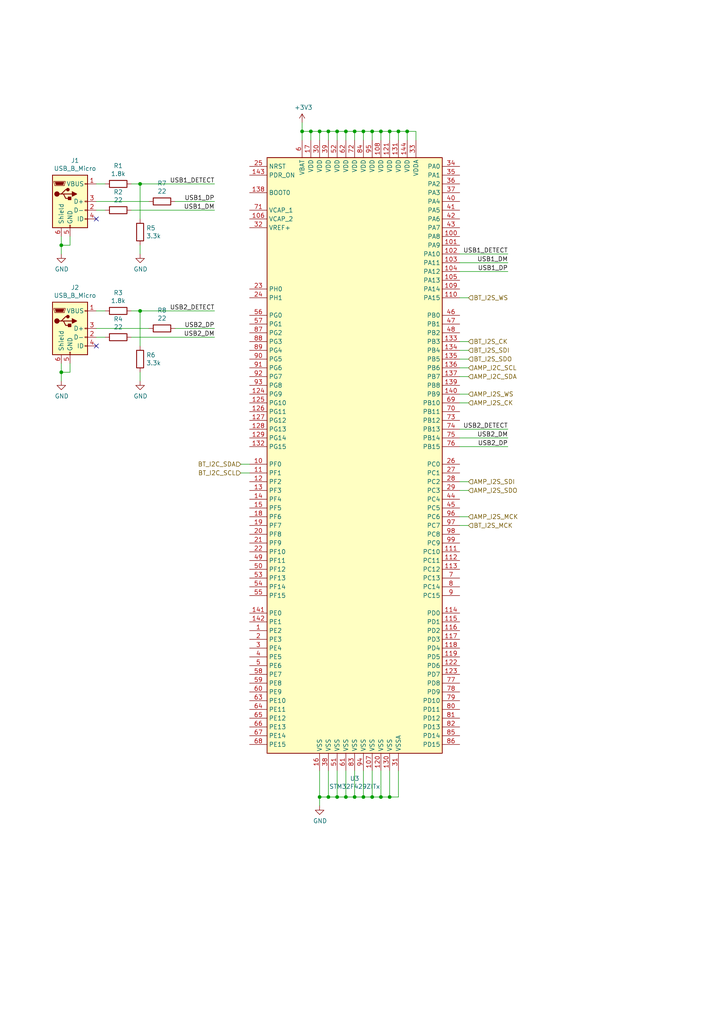
<source format=kicad_sch>
(kicad_sch (version 20201015) (generator eeschema)
  (page 1 7)
  (paper "A4" portrait)
  (lib_symbols
    (symbol "Connector:USB_B_Micro" (pin_names (offset 1.016))
      (property "Reference" "J" (at -5.08 11.43 0))
      (property "Value" "USB_B_Micro" (at -5.08 8.89 0))
      (symbol "USB_B_Micro_0_1"
        (circle (center -3.81 2.159) (radius 0.635) (stroke (width 0.254)) (fill (type outline)))
        (circle (center -0.635 3.429) (radius 0.381) (stroke (width 0.254)) (fill (type outline)))
        (rectangle (start -5.08 -7.62) (end 5.08 7.62) (stroke (width 0.254)) (fill (type background)))
        (rectangle (start -0.127 -7.62) (end 0.127 -6.858))
        (rectangle (start 0.254 1.27) (end -0.508 0.508) (stroke (width 0.254)) (fill (type outline)))
        (rectangle (start 5.08 -5.207) (end 4.318 -4.953))
        (rectangle (start 5.08 -2.667) (end 4.318 -2.413))
        (rectangle (start 5.08 -0.127) (end 4.318 0.127))
        (rectangle (start 5.08 4.953) (end 4.318 5.207))
        (polyline (pts (xy -1.905 2.159) (xy 0.635 2.159)) (stroke (width 0.254)))
        (polyline (pts (xy -3.175 2.159) (xy -2.54 2.159) (xy -1.27 3.429) (xy -0.635 3.429)) (stroke (width 0.254)))
        (polyline (pts (xy -2.54 2.159) (xy -1.905 2.159) (xy -1.27 0.889) (xy 0 0.889)) (stroke (width 0.254)))
        (polyline (pts (xy 0.635 2.794) (xy 0.635 1.524) (xy 1.905 2.159) (xy 0.635 2.794)) (stroke (width 0.254)) (fill (type outline)))
        (polyline (pts (xy -4.318 5.588) (xy -1.778 5.588) (xy -2.032 4.826) (xy -4.064 4.826) (xy -4.318 5.588)) (fill (type outline)))
        (polyline (pts (xy -4.699 5.842) (xy -4.699 5.588) (xy -4.445 4.826) (xy -4.445 4.572) (xy -1.651 4.572) (xy -1.651 4.826) (xy -1.397 5.588) (xy -1.397 5.842) (xy -4.699 5.842)))
      )
      (symbol "USB_B_Micro_1_1"
        (pin power_out line (at 7.62 5.08 180) (length 2.54) (name "VBUS") (number "1"))
        (pin bidirectional line (at 7.62 -2.54 180) (length 2.54) (name "D-") (number "2"))
        (pin bidirectional line (at 7.62 0 180) (length 2.54) (name "D+") (number "3"))
        (pin passive line (at 7.62 -5.08 180) (length 2.54) (name "ID") (number "4"))
        (pin power_out line (at 0 -10.16 90) (length 2.54) (name "GND") (number "5"))
        (pin passive line (at -2.54 -10.16 90) (length 2.54) (name "Shield") (number "6"))
      )
    )
    (symbol "Device:R" (pin_numbers hide) (pin_names (offset 0))
      (property "Reference" "R" (at 2.032 0 90))
      (property "Value" "R" (at 0 0 90))
      (symbol "R_0_1"
        (rectangle (start -1.016 -2.54) (end 1.016 2.54) (stroke (width 0.254)))
      )
      (symbol "R_1_1"
        (pin passive line (at 0 3.81 270) (length 1.27) (name "~") (number "1"))
        (pin passive line (at 0 -3.81 90) (length 1.27) (name "~") (number "2"))
      )
    )
    (symbol "MCU_ST_STM32F4:STM32F429ZITx"
      (property "Reference" "U" (at -25.4 87.63 0))
      (property "Value" "STM32F429ZITx" (at 20.32 87.63 0))
      (symbol "STM32F429ZITx_0_1"
        (rectangle (start -25.4 -86.36) (end 25.4 86.36) (stroke (width 0.254)) (fill (type background)))
      )
      (symbol "STM32F429ZITx_1_1"
        (pin input line (at -30.48 76.2 0) (length 5.08) (name "BOOT0") (number "138"))
        (pin input line (at -30.48 83.82 0) (length 5.08) (name "NRST") (number "25"))
        (pin bidirectional line (at 30.48 83.82 180) (length 5.08) (name "PA0") (number "34"))
        (pin bidirectional line (at 30.48 81.28 180) (length 5.08) (name "PA1") (number "35"))
        (pin bidirectional line (at 30.48 58.42 180) (length 5.08) (name "PA10") (number "102"))
        (pin bidirectional line (at 30.48 55.88 180) (length 5.08) (name "PA11") (number "103"))
        (pin bidirectional line (at 30.48 53.34 180) (length 5.08) (name "PA12") (number "104"))
        (pin bidirectional line (at 30.48 50.8 180) (length 5.08) (name "PA13") (number "105"))
        (pin bidirectional line (at 30.48 48.26 180) (length 5.08) (name "PA14") (number "109"))
        (pin bidirectional line (at 30.48 45.72 180) (length 5.08) (name "PA15") (number "110"))
        (pin bidirectional line (at 30.48 78.74 180) (length 5.08) (name "PA2") (number "36"))
        (pin bidirectional line (at 30.48 76.2 180) (length 5.08) (name "PA3") (number "37"))
        (pin bidirectional line (at 30.48 73.66 180) (length 5.08) (name "PA4") (number "40"))
        (pin bidirectional line (at 30.48 71.12 180) (length 5.08) (name "PA5") (number "41"))
        (pin bidirectional line (at 30.48 68.58 180) (length 5.08) (name "PA6") (number "42"))
        (pin bidirectional line (at 30.48 66.04 180) (length 5.08) (name "PA7") (number "43"))
        (pin bidirectional line (at 30.48 63.5 180) (length 5.08) (name "PA8") (number "100"))
        (pin bidirectional line (at 30.48 60.96 180) (length 5.08) (name "PA9") (number "101"))
        (pin bidirectional line (at 30.48 40.64 180) (length 5.08) (name "PB0") (number "46"))
        (pin bidirectional line (at 30.48 38.1 180) (length 5.08) (name "PB1") (number "47"))
        (pin bidirectional line (at 30.48 15.24 180) (length 5.08) (name "PB10") (number "69"))
        (pin bidirectional line (at 30.48 12.7 180) (length 5.08) (name "PB11") (number "70"))
        (pin bidirectional line (at 30.48 10.16 180) (length 5.08) (name "PB12") (number "73"))
        (pin bidirectional line (at 30.48 7.62 180) (length 5.08) (name "PB13") (number "74"))
        (pin bidirectional line (at 30.48 5.08 180) (length 5.08) (name "PB14") (number "75"))
        (pin bidirectional line (at 30.48 2.54 180) (length 5.08) (name "PB15") (number "76"))
        (pin bidirectional line (at 30.48 35.56 180) (length 5.08) (name "PB2") (number "48"))
        (pin bidirectional line (at 30.48 33.02 180) (length 5.08) (name "PB3") (number "133"))
        (pin bidirectional line (at 30.48 30.48 180) (length 5.08) (name "PB4") (number "134"))
        (pin bidirectional line (at 30.48 27.94 180) (length 5.08) (name "PB5") (number "135"))
        (pin bidirectional line (at 30.48 25.4 180) (length 5.08) (name "PB6") (number "136"))
        (pin bidirectional line (at 30.48 22.86 180) (length 5.08) (name "PB7") (number "137"))
        (pin bidirectional line (at 30.48 20.32 180) (length 5.08) (name "PB8") (number "139"))
        (pin bidirectional line (at 30.48 17.78 180) (length 5.08) (name "PB9") (number "140"))
        (pin bidirectional line (at 30.48 -2.54 180) (length 5.08) (name "PC0") (number "26"))
        (pin bidirectional line (at 30.48 -5.08 180) (length 5.08) (name "PC1") (number "27"))
        (pin bidirectional line (at 30.48 -27.94 180) (length 5.08) (name "PC10") (number "111"))
        (pin bidirectional line (at 30.48 -30.48 180) (length 5.08) (name "PC11") (number "112"))
        (pin bidirectional line (at 30.48 -33.02 180) (length 5.08) (name "PC12") (number "113"))
        (pin bidirectional line (at 30.48 -35.56 180) (length 5.08) (name "PC13") (number "7"))
        (pin bidirectional line (at 30.48 -38.1 180) (length 5.08) (name "PC14") (number "8"))
        (pin bidirectional line (at 30.48 -40.64 180) (length 5.08) (name "PC15") (number "9"))
        (pin bidirectional line (at 30.48 -7.62 180) (length 5.08) (name "PC2") (number "28"))
        (pin bidirectional line (at 30.48 -10.16 180) (length 5.08) (name "PC3") (number "29"))
        (pin bidirectional line (at 30.48 -12.7 180) (length 5.08) (name "PC4") (number "44"))
        (pin bidirectional line (at 30.48 -15.24 180) (length 5.08) (name "PC5") (number "45"))
        (pin bidirectional line (at 30.48 -17.78 180) (length 5.08) (name "PC6") (number "96"))
        (pin bidirectional line (at 30.48 -20.32 180) (length 5.08) (name "PC7") (number "97"))
        (pin bidirectional line (at 30.48 -22.86 180) (length 5.08) (name "PC8") (number "98"))
        (pin bidirectional line (at 30.48 -25.4 180) (length 5.08) (name "PC9") (number "99"))
        (pin bidirectional line (at 30.48 -45.72 180) (length 5.08) (name "PD0") (number "114"))
        (pin bidirectional line (at 30.48 -48.26 180) (length 5.08) (name "PD1") (number "115"))
        (pin bidirectional line (at 30.48 -71.12 180) (length 5.08) (name "PD10") (number "79"))
        (pin bidirectional line (at 30.48 -73.66 180) (length 5.08) (name "PD11") (number "80"))
        (pin bidirectional line (at 30.48 -76.2 180) (length 5.08) (name "PD12") (number "81"))
        (pin bidirectional line (at 30.48 -78.74 180) (length 5.08) (name "PD13") (number "82"))
        (pin bidirectional line (at 30.48 -81.28 180) (length 5.08) (name "PD14") (number "85"))
        (pin bidirectional line (at 30.48 -83.82 180) (length 5.08) (name "PD15") (number "86"))
        (pin bidirectional line (at 30.48 -50.8 180) (length 5.08) (name "PD2") (number "116"))
        (pin bidirectional line (at 30.48 -53.34 180) (length 5.08) (name "PD3") (number "117"))
        (pin bidirectional line (at 30.48 -55.88 180) (length 5.08) (name "PD4") (number "118"))
        (pin bidirectional line (at 30.48 -58.42 180) (length 5.08) (name "PD5") (number "119"))
        (pin bidirectional line (at 30.48 -60.96 180) (length 5.08) (name "PD6") (number "122"))
        (pin bidirectional line (at 30.48 -63.5 180) (length 5.08) (name "PD7") (number "123"))
        (pin bidirectional line (at 30.48 -66.04 180) (length 5.08) (name "PD8") (number "77"))
        (pin bidirectional line (at 30.48 -68.58 180) (length 5.08) (name "PD9") (number "78"))
        (pin input line (at -30.48 81.28 0) (length 5.08) (name "PDR_ON") (number "143"))
        (pin bidirectional line (at -30.48 -45.72 0) (length 5.08) (name "PE0") (number "141"))
        (pin bidirectional line (at -30.48 -48.26 0) (length 5.08) (name "PE1") (number "142"))
        (pin bidirectional line (at -30.48 -71.12 0) (length 5.08) (name "PE10") (number "63"))
        (pin bidirectional line (at -30.48 -73.66 0) (length 5.08) (name "PE11") (number "64"))
        (pin bidirectional line (at -30.48 -76.2 0) (length 5.08) (name "PE12") (number "65"))
        (pin bidirectional line (at -30.48 -78.74 0) (length 5.08) (name "PE13") (number "66"))
        (pin bidirectional line (at -30.48 -81.28 0) (length 5.08) (name "PE14") (number "67"))
        (pin bidirectional line (at -30.48 -83.82 0) (length 5.08) (name "PE15") (number "68"))
        (pin bidirectional line (at -30.48 -50.8 0) (length 5.08) (name "PE2") (number "1"))
        (pin bidirectional line (at -30.48 -53.34 0) (length 5.08) (name "PE3") (number "2"))
        (pin bidirectional line (at -30.48 -55.88 0) (length 5.08) (name "PE4") (number "3"))
        (pin bidirectional line (at -30.48 -58.42 0) (length 5.08) (name "PE5") (number "4"))
        (pin bidirectional line (at -30.48 -60.96 0) (length 5.08) (name "PE6") (number "5"))
        (pin bidirectional line (at -30.48 -63.5 0) (length 5.08) (name "PE7") (number "58"))
        (pin bidirectional line (at -30.48 -66.04 0) (length 5.08) (name "PE8") (number "59"))
        (pin bidirectional line (at -30.48 -68.58 0) (length 5.08) (name "PE9") (number "60"))
        (pin bidirectional line (at -30.48 -2.54 0) (length 5.08) (name "PF0") (number "10"))
        (pin bidirectional line (at -30.48 -5.08 0) (length 5.08) (name "PF1") (number "11"))
        (pin bidirectional line (at -30.48 -27.94 0) (length 5.08) (name "PF10") (number "22"))
        (pin bidirectional line (at -30.48 -30.48 0) (length 5.08) (name "PF11") (number "49"))
        (pin bidirectional line (at -30.48 -33.02 0) (length 5.08) (name "PF12") (number "50"))
        (pin bidirectional line (at -30.48 -35.56 0) (length 5.08) (name "PF13") (number "53"))
        (pin bidirectional line (at -30.48 -38.1 0) (length 5.08) (name "PF14") (number "54"))
        (pin bidirectional line (at -30.48 -40.64 0) (length 5.08) (name "PF15") (number "55"))
        (pin bidirectional line (at -30.48 -7.62 0) (length 5.08) (name "PF2") (number "12"))
        (pin bidirectional line (at -30.48 -10.16 0) (length 5.08) (name "PF3") (number "13"))
        (pin bidirectional line (at -30.48 -12.7 0) (length 5.08) (name "PF4") (number "14"))
        (pin bidirectional line (at -30.48 -15.24 0) (length 5.08) (name "PF5") (number "15"))
        (pin bidirectional line (at -30.48 -17.78 0) (length 5.08) (name "PF6") (number "18"))
        (pin bidirectional line (at -30.48 -20.32 0) (length 5.08) (name "PF7") (number "19"))
        (pin bidirectional line (at -30.48 -22.86 0) (length 5.08) (name "PF8") (number "20"))
        (pin bidirectional line (at -30.48 -25.4 0) (length 5.08) (name "PF9") (number "21"))
        (pin bidirectional line (at -30.48 40.64 0) (length 5.08) (name "PG0") (number "56"))
        (pin bidirectional line (at -30.48 38.1 0) (length 5.08) (name "PG1") (number "57"))
        (pin bidirectional line (at -30.48 15.24 0) (length 5.08) (name "PG10") (number "125"))
        (pin bidirectional line (at -30.48 12.7 0) (length 5.08) (name "PG11") (number "126"))
        (pin bidirectional line (at -30.48 10.16 0) (length 5.08) (name "PG12") (number "127"))
        (pin bidirectional line (at -30.48 7.62 0) (length 5.08) (name "PG13") (number "128"))
        (pin bidirectional line (at -30.48 5.08 0) (length 5.08) (name "PG14") (number "129"))
        (pin bidirectional line (at -30.48 2.54 0) (length 5.08) (name "PG15") (number "132"))
        (pin bidirectional line (at -30.48 35.56 0) (length 5.08) (name "PG2") (number "87"))
        (pin bidirectional line (at -30.48 33.02 0) (length 5.08) (name "PG3") (number "88"))
        (pin bidirectional line (at -30.48 30.48 0) (length 5.08) (name "PG4") (number "89"))
        (pin bidirectional line (at -30.48 27.94 0) (length 5.08) (name "PG5") (number "90"))
        (pin bidirectional line (at -30.48 25.4 0) (length 5.08) (name "PG6") (number "91"))
        (pin bidirectional line (at -30.48 22.86 0) (length 5.08) (name "PG7") (number "92"))
        (pin bidirectional line (at -30.48 20.32 0) (length 5.08) (name "PG8") (number "93"))
        (pin bidirectional line (at -30.48 17.78 0) (length 5.08) (name "PG9") (number "124"))
        (pin input line (at -30.48 48.26 0) (length 5.08) (name "PH0") (number "23"))
        (pin input line (at -30.48 45.72 0) (length 5.08) (name "PH1") (number "24"))
        (pin power_in line (at -15.24 91.44 270) (length 5.08) (name "VBAT") (number "6"))
        (pin power_in line (at -30.48 71.12 0) (length 5.08) (name "VCAP_1") (number "71"))
        (pin power_in line (at -30.48 68.58 0) (length 5.08) (name "VCAP_2") (number "106"))
        (pin power_in line (at 7.62 91.44 270) (length 5.08) (name "VDD") (number "108"))
        (pin power_in line (at 10.16 91.44 270) (length 5.08) (name "VDD") (number "121"))
        (pin power_in line (at 12.7 91.44 270) (length 5.08) (name "VDD") (number "131"))
        (pin power_in line (at 15.24 91.44 270) (length 5.08) (name "VDD") (number "144"))
        (pin power_in line (at -12.7 91.44 270) (length 5.08) (name "VDD") (number "17"))
        (pin power_in line (at -10.16 91.44 270) (length 5.08) (name "VDD") (number "30"))
        (pin power_in line (at -7.62 91.44 270) (length 5.08) (name "VDD") (number "39"))
        (pin power_in line (at -5.08 91.44 270) (length 5.08) (name "VDD") (number "52"))
        (pin power_in line (at -2.54 91.44 270) (length 5.08) (name "VDD") (number "62"))
        (pin power_in line (at 0 91.44 270) (length 5.08) (name "VDD") (number "72"))
        (pin power_in line (at 2.54 91.44 270) (length 5.08) (name "VDD") (number "84"))
        (pin power_in line (at 5.08 91.44 270) (length 5.08) (name "VDD") (number "95"))
        (pin power_in line (at 17.78 91.44 270) (length 5.08) (name "VDDA") (number "33"))
        (pin power_in line (at -30.48 66.04 0) (length 5.08) (name "VREF+") (number "32"))
        (pin power_in line (at 5.08 -91.44 90) (length 5.08) (name "VSS") (number "107"))
        (pin power_in line (at 7.62 -91.44 90) (length 5.08) (name "VSS") (number "120"))
        (pin power_in line (at 10.16 -91.44 90) (length 5.08) (name "VSS") (number "130"))
        (pin power_in line (at -10.16 -91.44 90) (length 5.08) (name "VSS") (number "16"))
        (pin power_in line (at -7.62 -91.44 90) (length 5.08) (name "VSS") (number "38"))
        (pin power_in line (at -5.08 -91.44 90) (length 5.08) (name "VSS") (number "51"))
        (pin power_in line (at -2.54 -91.44 90) (length 5.08) (name "VSS") (number "61"))
        (pin power_in line (at 0 -91.44 90) (length 5.08) (name "VSS") (number "83"))
        (pin power_in line (at 2.54 -91.44 90) (length 5.08) (name "VSS") (number "94"))
        (pin power_in line (at 12.7 -91.44 90) (length 5.08) (name "VSSA") (number "31"))
      )
    )
    (symbol "power:+3.3V" (power) (pin_names (offset 0))
      (property "Value" "+3.3V" (at 0 3.556 0))
      (symbol "+3.3V_0_1"
        (polyline (pts (xy -0.762 1.27) (xy 0 2.54)))
        (polyline (pts (xy 0 0) (xy 0 2.54)))
        (polyline (pts (xy 0 2.54) (xy 0.762 1.27)))
      )
      (symbol "+3.3V_1_1"
        (pin power_in line (at 0 0 90) (length 0) hide (name "+3V3") (number "1"))
      )
    )
    (symbol "power:GND" (power) (pin_names (offset 0))
      (property "Value" "GND" (at 0 -3.81 0))
      (symbol "GND_0_1"
        (polyline (pts (xy 0 0) (xy 0 -1.27) (xy 1.27 -1.27) (xy 0 -2.54) (xy -1.27 -1.27) (xy 0 -1.27)))
      )
      (symbol "GND_1_1"
        (pin power_in line (at 0 0 270) (length 0) hide (name "GND") (number "1"))
      )
    )
  )
  (junction (at 17.78 71.12) (diameter 0.9144))
  (junction (at 17.78 107.95) (diameter 0.9144))
  (junction (at 40.64 53.34) (diameter 0.9144))
  (junction (at 40.64 90.17) (diameter 0.9144))
  (junction (at 87.63 38.1) (diameter 0.9144))
  (junction (at 90.17 38.1) (diameter 0.9144))
  (junction (at 92.71 38.1) (diameter 0.9144))
  (junction (at 92.71 231.14) (diameter 0.9144))
  (junction (at 95.25 38.1) (diameter 0.9144))
  (junction (at 95.25 231.14) (diameter 0.9144))
  (junction (at 97.79 38.1) (diameter 0.9144))
  (junction (at 97.79 231.14) (diameter 0.9144))
  (junction (at 100.33 38.1) (diameter 0.9144))
  (junction (at 100.33 231.14) (diameter 0.9144))
  (junction (at 102.87 38.1) (diameter 0.9144))
  (junction (at 102.87 231.14) (diameter 0.9144))
  (junction (at 105.41 38.1) (diameter 0.9144))
  (junction (at 105.41 231.14) (diameter 0.9144))
  (junction (at 107.95 38.1) (diameter 0.9144))
  (junction (at 107.95 231.14) (diameter 0.9144))
  (junction (at 110.49 38.1) (diameter 0.9144))
  (junction (at 110.49 231.14) (diameter 0.9144))
  (junction (at 113.03 38.1) (diameter 0.9144))
  (junction (at 113.03 231.14) (diameter 0.9144))
  (junction (at 115.57 38.1) (diameter 0.9144))
  (junction (at 118.11 38.1) (diameter 0.9144))
  (no_connect (at 27.94 63.5))
  (no_connect (at 27.94 100.33))
  (wire (pts (xy 17.78 68.58) (xy 17.78 71.12)))
  (wire (pts (xy 17.78 71.12) (xy 17.78 73.66)))
  (wire (pts (xy 17.78 105.41) (xy 17.78 107.95)))
  (wire (pts (xy 17.78 107.95) (xy 17.78 110.49)))
  (wire (pts (xy 20.32 68.58) (xy 20.32 71.12)))
  (wire (pts (xy 20.32 71.12) (xy 17.78 71.12)))
  (wire (pts (xy 20.32 105.41) (xy 20.32 107.95)))
  (wire (pts (xy 20.32 107.95) (xy 17.78 107.95)))
  (wire (pts (xy 27.94 60.96) (xy 30.48 60.96)))
  (wire (pts (xy 27.94 97.79) (xy 30.48 97.79)))
  (wire (pts (xy 30.48 53.34) (xy 27.94 53.34)))
  (wire (pts (xy 30.48 90.17) (xy 27.94 90.17)))
  (wire (pts (xy 38.1 60.96) (xy 62.23 60.96)))
  (wire (pts (xy 38.1 97.79) (xy 62.23 97.79)))
  (wire (pts (xy 40.64 53.34) (xy 38.1 53.34)))
  (wire (pts (xy 40.64 63.5) (xy 40.64 53.34)))
  (wire (pts (xy 40.64 71.12) (xy 40.64 73.66)))
  (wire (pts (xy 40.64 90.17) (xy 38.1 90.17)))
  (wire (pts (xy 40.64 100.33) (xy 40.64 90.17)))
  (wire (pts (xy 40.64 107.95) (xy 40.64 110.49)))
  (wire (pts (xy 43.18 58.42) (xy 27.94 58.42)))
  (wire (pts (xy 43.18 95.25) (xy 27.94 95.25)))
  (wire (pts (xy 50.8 58.42) (xy 62.23 58.42)))
  (wire (pts (xy 50.8 95.25) (xy 62.23 95.25)))
  (wire (pts (xy 62.23 53.34) (xy 40.64 53.34)))
  (wire (pts (xy 62.23 90.17) (xy 40.64 90.17)))
  (wire (pts (xy 69.85 137.16) (xy 72.39 137.16)))
  (wire (pts (xy 72.39 134.62) (xy 69.85 134.62)))
  (wire (pts (xy 87.63 35.56) (xy 87.63 38.1)))
  (wire (pts (xy 87.63 38.1) (xy 87.63 40.64)))
  (wire (pts (xy 90.17 38.1) (xy 87.63 38.1)))
  (wire (pts (xy 90.17 40.64) (xy 90.17 38.1)))
  (wire (pts (xy 92.71 38.1) (xy 90.17 38.1)))
  (wire (pts (xy 92.71 40.64) (xy 92.71 38.1)))
  (wire (pts (xy 92.71 223.52) (xy 92.71 231.14)))
  (wire (pts (xy 92.71 231.14) (xy 92.71 233.68)))
  (wire (pts (xy 92.71 231.14) (xy 95.25 231.14)))
  (wire (pts (xy 95.25 38.1) (xy 92.71 38.1)))
  (wire (pts (xy 95.25 40.64) (xy 95.25 38.1)))
  (wire (pts (xy 95.25 223.52) (xy 95.25 231.14)))
  (wire (pts (xy 95.25 231.14) (xy 97.79 231.14)))
  (wire (pts (xy 97.79 38.1) (xy 95.25 38.1)))
  (wire (pts (xy 97.79 40.64) (xy 97.79 38.1)))
  (wire (pts (xy 97.79 223.52) (xy 97.79 231.14)))
  (wire (pts (xy 97.79 231.14) (xy 100.33 231.14)))
  (wire (pts (xy 100.33 38.1) (xy 97.79 38.1)))
  (wire (pts (xy 100.33 40.64) (xy 100.33 38.1)))
  (wire (pts (xy 100.33 223.52) (xy 100.33 231.14)))
  (wire (pts (xy 100.33 231.14) (xy 102.87 231.14)))
  (wire (pts (xy 102.87 38.1) (xy 100.33 38.1)))
  (wire (pts (xy 102.87 40.64) (xy 102.87 38.1)))
  (wire (pts (xy 102.87 223.52) (xy 102.87 231.14)))
  (wire (pts (xy 102.87 231.14) (xy 105.41 231.14)))
  (wire (pts (xy 105.41 38.1) (xy 102.87 38.1)))
  (wire (pts (xy 105.41 40.64) (xy 105.41 38.1)))
  (wire (pts (xy 105.41 223.52) (xy 105.41 231.14)))
  (wire (pts (xy 105.41 231.14) (xy 107.95 231.14)))
  (wire (pts (xy 107.95 38.1) (xy 105.41 38.1)))
  (wire (pts (xy 107.95 40.64) (xy 107.95 38.1)))
  (wire (pts (xy 107.95 223.52) (xy 107.95 231.14)))
  (wire (pts (xy 107.95 231.14) (xy 110.49 231.14)))
  (wire (pts (xy 110.49 38.1) (xy 107.95 38.1)))
  (wire (pts (xy 110.49 40.64) (xy 110.49 38.1)))
  (wire (pts (xy 110.49 231.14) (xy 110.49 223.52)))
  (wire (pts (xy 110.49 231.14) (xy 113.03 231.14)))
  (wire (pts (xy 113.03 38.1) (xy 110.49 38.1)))
  (wire (pts (xy 113.03 40.64) (xy 113.03 38.1)))
  (wire (pts (xy 113.03 223.52) (xy 113.03 231.14)))
  (wire (pts (xy 113.03 231.14) (xy 115.57 231.14)))
  (wire (pts (xy 115.57 38.1) (xy 113.03 38.1)))
  (wire (pts (xy 115.57 40.64) (xy 115.57 38.1)))
  (wire (pts (xy 115.57 231.14) (xy 115.57 223.52)))
  (wire (pts (xy 118.11 38.1) (xy 115.57 38.1)))
  (wire (pts (xy 118.11 40.64) (xy 118.11 38.1)))
  (wire (pts (xy 120.65 38.1) (xy 118.11 38.1)))
  (wire (pts (xy 120.65 40.64) (xy 120.65 38.1)))
  (wire (pts (xy 133.35 101.6) (xy 135.89 101.6)))
  (wire (pts (xy 133.35 109.22) (xy 135.89 109.22)))
  (wire (pts (xy 133.35 116.84) (xy 135.89 116.84)))
  (wire (pts (xy 133.35 142.24) (xy 135.89 142.24)))
  (wire (pts (xy 135.89 86.36) (xy 133.35 86.36)))
  (wire (pts (xy 135.89 99.06) (xy 133.35 99.06)))
  (wire (pts (xy 135.89 104.14) (xy 133.35 104.14)))
  (wire (pts (xy 135.89 106.68) (xy 133.35 106.68)))
  (wire (pts (xy 135.89 114.3) (xy 133.35 114.3)))
  (wire (pts (xy 135.89 139.7) (xy 133.35 139.7)))
  (wire (pts (xy 135.89 149.86) (xy 133.35 149.86)))
  (wire (pts (xy 135.89 152.4) (xy 133.35 152.4)))
  (wire (pts (xy 147.32 73.66) (xy 133.35 73.66)))
  (wire (pts (xy 147.32 76.2) (xy 133.35 76.2)))
  (wire (pts (xy 147.32 78.74) (xy 133.35 78.74)))
  (wire (pts (xy 147.32 124.46) (xy 133.35 124.46)))
  (wire (pts (xy 147.32 127) (xy 133.35 127)))
  (wire (pts (xy 147.32 129.54) (xy 133.35 129.54)))
  (label "USB1_DETECT" (at 62.23 53.34 180))
  (label "USB1_DP" (at 62.23 58.42 180))
  (label "USB1_DM" (at 62.23 60.96 180))
  (label "USB2_DETECT" (at 62.23 90.17 180))
  (label "USB2_DP" (at 62.23 95.25 180))
  (label "USB2_DM" (at 62.23 97.79 180))
  (label "USB1_DETECT" (at 147.32 73.66 180))
  (label "USB1_DM" (at 147.32 76.2 180))
  (label "USB1_DP" (at 147.32 78.74 180))
  (label "USB2_DETECT" (at 147.32 124.46 180))
  (label "USB2_DM" (at 147.32 127 180))
  (label "USB2_DP" (at 147.32 129.54 180))
  (hierarchical_label "BT_I2C_SDA" (shape input) (at 69.85 134.62 180))
  (hierarchical_label "BT_I2C_SCL" (shape input) (at 69.85 137.16 180))
  (hierarchical_label "BT_I2S_WS" (shape input) (at 135.89 86.36 0))
  (hierarchical_label "BT_I2S_CK" (shape input) (at 135.89 99.06 0))
  (hierarchical_label "BT_I2S_SDI" (shape input) (at 135.89 101.6 0))
  (hierarchical_label "BT_I2S_SDO" (shape input) (at 135.89 104.14 0))
  (hierarchical_label "AMP_I2C_SCL" (shape input) (at 135.89 106.68 0))
  (hierarchical_label "AMP_I2C_SDA" (shape input) (at 135.89 109.22 0))
  (hierarchical_label "AMP_I2S_WS" (shape input) (at 135.89 114.3 0))
  (hierarchical_label "AMP_I2S_CK" (shape input) (at 135.89 116.84 0))
  (hierarchical_label "AMP_I2S_SDI" (shape input) (at 135.89 139.7 0))
  (hierarchical_label "AMP_I2S_SDO" (shape input) (at 135.89 142.24 0))
  (hierarchical_label "AMP_I2S_MCK" (shape input) (at 135.89 149.86 0))
  (hierarchical_label "BT_I2S_MCK" (shape input) (at 135.89 152.4 0))
  (symbol (lib_id "power:+3.3V") (at 87.63 35.56 0) (unit 1)
    (property "Reference" "#PWR0102" (effects hide))
    (property "Value" "+3.3V" (at 88.011 31.1658 0))
  )
  (symbol (lib_id "power:GND") (at 17.78 73.66 0) (unit 1)
    (property "Reference" "#PWR0103" (effects hide))
    (property "Value" "GND" (at 17.907 78.0542 0))
  )
  (symbol (lib_id "power:GND") (at 17.78 110.49 0) (unit 1)
    (property "Reference" "#PWR0105" (effects hide))
    (property "Value" "GND" (at 17.907 114.8842 0))
  )
  (symbol (lib_id "power:GND") (at 40.64 73.66 0) (unit 1)
    (property "Reference" "#PWR0104" (effects hide))
    (property "Value" "GND" (at 40.767 78.0542 0))
  )
  (symbol (lib_id "power:GND") (at 40.64 110.49 0) (unit 1)
    (property "Reference" "#PWR0106" (effects hide))
    (property "Value" "GND" (at 40.767 114.8842 0))
  )
  (symbol (lib_id "power:GND") (at 92.71 233.68 0) (unit 1)
    (property "Reference" "#PWR0101" (effects hide))
    (property "Value" "GND" (at 92.837 238.0742 0))
  )
  (symbol (lib_id "Device:R") (at 34.29 53.34 270) (unit 1)
    (property "Reference" "R1" (at 34.29 48.0822 90))
    (property "Value" "1.8k" (at 34.29 50.3936 90))
    (property "Footprint" "Resistor_SMD:R_0603_1608Metric" (effects hide))
  )
  (symbol (lib_id "Device:R") (at 34.29 60.96 270) (unit 1)
    (property "Reference" "R2" (at 34.29 55.7022 90))
    (property "Value" "22" (at 34.29 58.0136 90))
    (property "Footprint" "Resistor_SMD:R_0603_1608Metric" (effects hide))
  )
  (symbol (lib_id "Device:R") (at 34.29 90.17 270) (unit 1)
    (property "Reference" "R3" (at 34.29 84.9122 90))
    (property "Value" "1.8k" (at 34.29 87.2236 90))
    (property "Footprint" "Resistor_SMD:R_0603_1608Metric" (effects hide))
  )
  (symbol (lib_id "Device:R") (at 34.29 97.79 270) (unit 1)
    (property "Reference" "R4" (at 34.29 92.5322 90))
    (property "Value" "22" (at 34.29 94.8436 90))
    (property "Footprint" "Resistor_SMD:R_0603_1608Metric" (effects hide))
  )
  (symbol (lib_id "Device:R") (at 40.64 67.31 0) (unit 1)
    (property "Reference" "R5" (at 42.418 66.1416 0) (effects (justify left)))
    (property "Value" "3.3k" (at 42.418 68.453 0) (effects (justify left)))
    (property "Footprint" "Resistor_SMD:R_0603_1608Metric" (effects hide))
  )
  (symbol (lib_id "Device:R") (at 40.64 104.14 0) (unit 1)
    (property "Reference" "R6" (at 42.418 102.9716 0) (effects (justify left)))
    (property "Value" "3.3k" (at 42.418 105.283 0) (effects (justify left)))
    (property "Footprint" "Resistor_SMD:R_0603_1608Metric" (effects hide))
  )
  (symbol (lib_id "Device:R") (at 46.99 58.42 270) (unit 1)
    (property "Reference" "R7" (at 46.99 53.1622 90))
    (property "Value" "22" (at 46.99 55.4736 90))
    (property "Footprint" "Resistor_SMD:R_0603_1608Metric" (effects hide))
  )
  (symbol (lib_id "Device:R") (at 46.99 95.25 270) (unit 1)
    (property "Reference" "R8" (at 46.99 89.9922 90))
    (property "Value" "22" (at 46.99 92.3036 90))
    (property "Footprint" "Resistor_SMD:R_0603_1608Metric" (effects hide))
  )
  (symbol (lib_id "Connector:USB_B_Micro") (at 20.32 58.42 0) (unit 1)
    (property "Reference" "J1" (at 21.7678 46.5582 0))
    (property "Value" "USB_B_Micro" (at 21.7678 48.8696 0))
    (property "Footprint" "Connector_USB:USB_Micro-B_Amphenol_10104110_Horizontal" (effects hide))
  )
  (symbol (lib_id "Connector:USB_B_Micro") (at 20.32 95.25 0) (unit 1)
    (property "Reference" "J2" (at 21.7678 83.3882 0))
    (property "Value" "USB_B_Micro" (at 21.7678 85.6996 0))
    (property "Footprint" "Connector_USB:USB_Micro-B_Amphenol_10104110_Horizontal" (effects hide))
  )
  (symbol (lib_id "MCU_ST_STM32F4:STM32F429ZITx") (at 102.87 132.08 0) (unit 1)
    (property "Reference" "U3" (at 102.87 225.7806 0))
    (property "Value" "STM32F429ZITx" (at 102.87 228.092 0))
    (property "Footprint" "Package_QFP:LQFP-144_20x20mm_P0.5mm" (effects hide))
    (property "Datasheet" "http://www.st.com/st-web-ui/static/active/en/resource/technical/document/datasheet/DM00071990.pdf" (effects hide))
  )
)
</source>
